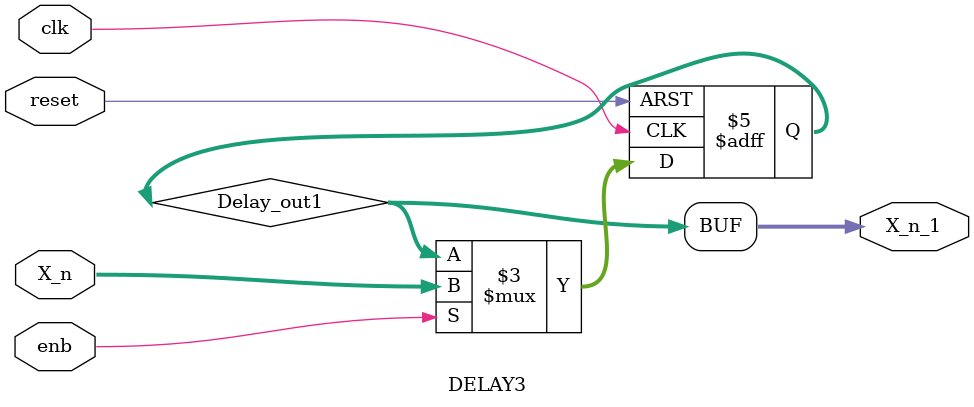
<source format=v>



`timescale 1 ns / 1 ns

module DELAY3
          (clk,
           reset,
           enb,
           X_n,
           X_n_1);


  input   clk;
  input   reset;
  input   enb;
  input   [7:0] X_n;  // uint8
  output  [7:0] X_n_1;  // uint8


  reg [7:0] Delay_out1;  // uint8


  always @(posedge clk or posedge reset)
    begin : Delay_process
      if (reset == 1'b1) begin
        Delay_out1 <= 8'b00000000;
      end
      else begin
        if (enb) begin
          Delay_out1 <= X_n;
        end
      end
    end



  assign X_n_1 = Delay_out1;

endmodule  // DELAY3


</source>
